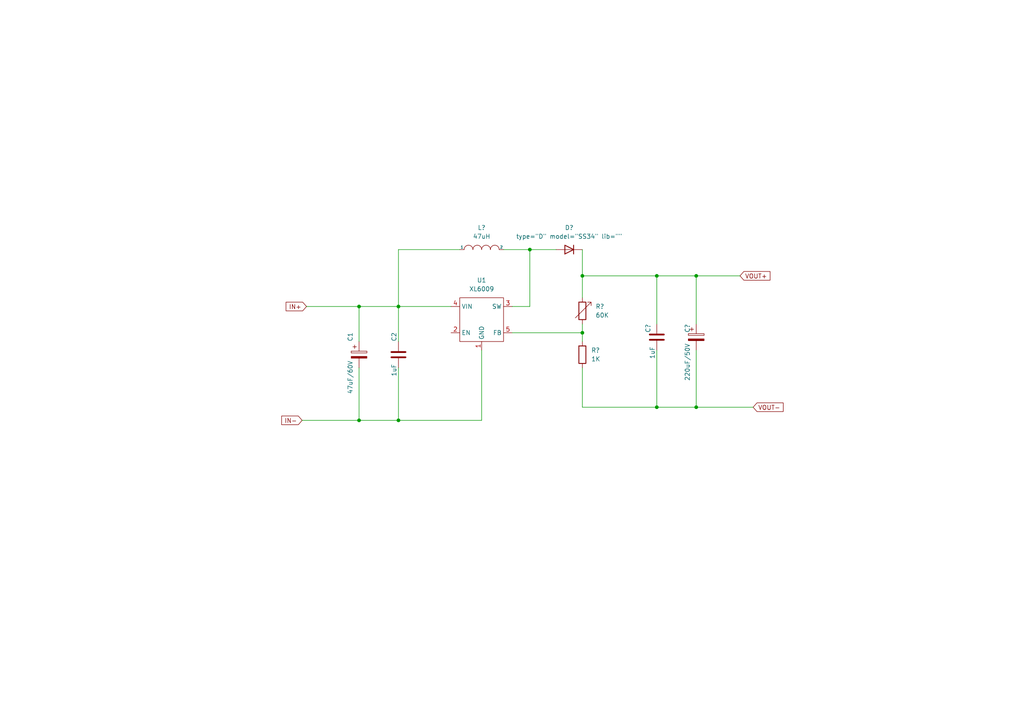
<source format=kicad_sch>
(kicad_sch (version 20211123) (generator eeschema)
  (paper "A4")
  (lib_symbols
    (symbol "Device:C" (pin_numbers hide) (pin_names (offset 0.254))
      (property "Reference" "C" (at 0.635 2.54 0))
      (property "Value" "C" (at 0.635 -2.54 0))
      (symbol "C_0_1"
        (polyline (pts (xy -2.032 -0.762) (xy 2.032 -0.762)) (stroke (width 0.508)))
        (polyline (pts (xy -2.032 0.762) (xy 2.032 0.762)) (stroke (width 0.508)))
      )
      (symbol "C_1_1"
        (pin passive line (at 0 3.81 270) (length 2.794) (name "~") (number "1"))
        (pin passive line (at 0 -3.81 90) (length 2.794) (name "~") (number "2"))
      )
    )
    (symbol "Device:C_Polarized" (pin_numbers hide) (pin_names (offset 0.254))
      (property "Reference" "C" (at 0.635 2.54 0))
      (property "Value" "C_Polarized" (at 0.635 -2.54 0))
      (symbol "C_Polarized_0_1"
        (rectangle (start -2.286 0.508) (end 2.286 1.016))
        (polyline (pts (xy -1.778 2.286) (xy -0.762 2.286)))
        (polyline (pts (xy -1.27 2.794) (xy -1.27 1.778)))
        (rectangle (start 2.286 -0.508) (end -2.286 -1.016) (fill (type outline)))
      )
      (symbol "C_Polarized_1_1"
        (pin passive line (at 0 3.81 270) (length 2.794) (name "~") (number "1"))
        (pin passive line (at 0 -3.81 90) (length 2.794) (name "~") (number "2"))
      )
    )
    (symbol "Device:R" (pin_numbers hide) (pin_names (offset 0))
      (property "Reference" "R" (at 2.032 0 90))
      (property "Value" "R" (at 0 0 90))
      (symbol "R_0_1"
        (rectangle (start -1.016 -2.54) (end 1.016 2.54) (stroke (width 0.254)))
      )
      (symbol "R_1_1"
        (pin passive line (at 0 3.81 270) (length 1.27) (name "~") (number "1"))
        (pin passive line (at 0 -3.81 90) (length 1.27) (name "~") (number "2"))
      )
    )
    (symbol "Device:R_Variable" (pin_numbers hide) (pin_names (offset 0))
      (property "Reference" "R" (at 2.54 -2.54 90))
      (property "Value" "R_Variable" (at -2.54 -1.27 90))
      (symbol "R_Variable_0_1"
        (rectangle (start -1.016 -2.54) (end 1.016 2.54) (stroke (width 0.254)))
        (polyline (pts (xy 2.54 1.524) (xy 2.54 2.54) (xy 1.524 2.54) (xy 2.54 2.54) (xy -2.032 -2.032)))
      )
      (symbol "R_Variable_1_1"
        (pin passive line (at 0 3.81 270) (length 1.27) (name "~") (number "1"))
        (pin passive line (at 0 -3.81 90) (length 1.27) (name "~") (number "2"))
      )
    )
    (symbol "SYMBOLS_1:XL6009"
      (property "Reference" "U" (at 0 13.97 0))
      (property "Value" "XL6009" (at 0 0 0))
      (symbol "XL6009_0_1"
        (rectangle (start -6.35 6.35) (end 6.35 -6.35))
      )
      (symbol "XL6009_1_1"
        (pin input line (at 0 -8.89 90) (length 2.54) (name "GND") (number "1"))
        (pin input line (at -8.89 -3.81 0) (length 2.54) (name "EN") (number "2"))
        (pin input line (at 8.89 3.81 180) (length 2.54) (name "SW") (number "3"))
        (pin input line (at -8.89 3.81 0) (length 2.54) (name "VIN") (number "4"))
        (pin input line (at 8.89 -3.81 180) (length 2.54) (name "FB") (number "5"))
      )
    )
    (symbol "Simulation_SPICE:DIODE" (pin_numbers hide) (pin_names (offset 1.016) hide)
      (property "Reference" "D" (at 0 2.54 0))
      (property "Value" "DIODE" (at 0 -2.54 0))
      (symbol "DIODE_0_1"
        (polyline (pts (xy 1.27 0) (xy -1.27 0)))
        (polyline (pts (xy 1.27 1.27) (xy 1.27 -1.27)) (stroke (width 0.254)))
        (polyline (pts (xy -1.27 -1.27) (xy -1.27 1.27) (xy 1.27 0) (xy -1.27 -1.27)) (stroke (width 0.254)))
      )
      (symbol "DIODE_1_1"
        (pin passive line (at -3.81 0 0) (length 2.54) (name "A") (number "1"))
        (pin passive line (at 3.81 0 180) (length 2.54) (name "K") (number "2"))
      )
    )
    (symbol "pspice:INDUCTOR" (pin_numbers hide) (pin_names (offset 0))
      (property "Reference" "L" (at 0 2.54 0))
      (property "Value" "INDUCTOR" (at 0 -1.27 0))
      (symbol "INDUCTOR_0_1"
        (arc (start -2.54 0) (mid -3.81 1.27) (end -5.08 0))
        (arc (start 0 0) (mid -1.27 1.27) (end -2.54 0))
        (arc (start 2.54 0) (mid 1.27 1.27) (end 0 0))
        (arc (start 5.08 0) (mid 3.81 1.27) (end 2.54 0))
      )
      (symbol "INDUCTOR_1_1"
        (pin input line (at -6.35 0 0) (length 1.27) (name "1") (number "1"))
        (pin input line (at 6.35 0 180) (length 1.27) (name "2") (number "2"))
      )
    )
  )
  (junction (at 104.14 88.9))
  (junction (at 201.93 80.01))
  (junction (at 153.67 72.39))
  (junction (at 190.5 80.01))
  (junction (at 190.5 118.11))
  (junction (at 115.57 88.9))
  (junction (at 168.91 96.52))
  (junction (at 104.14 121.92))
  (junction (at 201.93 118.11))
  (junction (at 115.57 121.92))
  (junction (at 168.91 80.01))
  (wire (pts (xy 139.7 121.92) (xy 139.7 101.6)))
  (wire (pts (xy 87.63 121.92) (xy 104.14 121.92)))
  (wire (pts (xy 168.91 80.01) (xy 168.91 86.36)))
  (wire (pts (xy 190.5 80.01) (xy 190.5 93.98)))
  (wire (pts (xy 104.14 121.92) (xy 115.57 121.92)))
  (wire (pts (xy 201.93 101.6) (xy 201.93 118.11)))
  (wire (pts (xy 168.91 72.39) (xy 168.91 80.01)))
  (wire (pts (xy 168.91 96.52) (xy 168.91 99.06)))
  (wire (pts (xy 115.57 72.39) (xy 115.57 88.9)))
  (wire (pts (xy 88.9 88.9) (xy 104.14 88.9)))
  (wire (pts (xy 190.5 101.6) (xy 190.5 118.11)))
  (wire (pts (xy 168.91 106.68) (xy 168.91 118.11)))
  (wire (pts (xy 148.59 88.9) (xy 153.67 88.9)))
  (wire (pts (xy 115.57 88.9) (xy 130.81 88.9)))
  (wire (pts (xy 190.5 118.11) (xy 201.93 118.11)))
  (wire (pts (xy 168.91 93.98) (xy 168.91 96.52)))
  (wire (pts (xy 168.91 80.01) (xy 190.5 80.01)))
  (wire (pts (xy 201.93 93.98) (xy 201.93 80.01)))
  (wire (pts (xy 115.57 88.9) (xy 115.57 99.06)))
  (wire (pts (xy 115.57 106.68) (xy 115.57 121.92)))
  (wire (pts (xy 201.93 118.11) (xy 218.44 118.11)))
  (wire (pts (xy 153.67 72.39) (xy 161.29 72.39)))
  (wire (pts (xy 104.14 88.9) (xy 115.57 88.9)))
  (wire (pts (xy 146.05 72.39) (xy 153.67 72.39)))
  (wire (pts (xy 153.67 88.9) (xy 153.67 72.39)))
  (wire (pts (xy 104.14 106.68) (xy 104.14 121.92)))
  (wire (pts (xy 115.57 121.92) (xy 139.7 121.92)))
  (wire (pts (xy 148.59 96.52) (xy 168.91 96.52)))
  (wire (pts (xy 190.5 80.01) (xy 201.93 80.01)))
  (wire (pts (xy 201.93 80.01) (xy 214.63 80.01)))
  (wire (pts (xy 168.91 118.11) (xy 190.5 118.11)))
  (wire (pts (xy 104.14 88.9) (xy 104.14 99.06)))
  (wire (pts (xy 133.35 72.39) (xy 115.57 72.39)))
  (global_label "VOUT-" (shape input) (at 218.44 118.11 0) (property "Intersheet References" "${INTERSHEET_REFS}" (effects hide)))
  (global_label "IN-" (shape input) (at 87.63 121.92 180) (property "Intersheet References" "${INTERSHEET_REFS}" (effects hide)))
  (global_label "IN+" (shape input) (at 88.9 88.9 180) (property "Intersheet References" "${INTERSHEET_REFS}" (effects hide)))
  (global_label "VOUT+" (shape input) (at 214.63 80.01 0) (property "Intersheet References" "${INTERSHEET_REFS}" (effects hide)))
  (symbol (lib_id "Device:R_Variable") (at 168.91 90.17 0) (unit 1)
    (property "Reference" "R?" (at 172.72 88.8999 0) (effects (justify left)))
    (property "Value" "60K" (at 172.72 91.4399 0) (effects (justify left)))
    (property "Footprint" "Resistor_SMD:R_1206_3216Metric" (effects hide))
  )
  (symbol (lib_id "Simulation_SPICE:DIODE") (at 165.1 72.39 0) (unit 1)
    (property "Reference" "D?" (at 165.1 66.04 0))
    (property "Value" "SS34" (at 165.1 68.58 0))
    (property "Footprint" "Diode_SMD:D_SOD-123F" (effects hide))
    (property "Spice_Netlist_Enabled" "Y" (effects hide))
    (property "Spice_Primitive" "D" (effects hide))
  )
  (symbol (lib_id "SYMBOLS_1:XL6009") (at 139.7 92.71 0) (unit 1)
    (property "Reference" "U1" (at 139.7 81.28 0))
    (property "Value" "XL6009" (at 139.7 83.82 0))
  )
  (symbol (lib_id "pspice:INDUCTOR") (at 139.7 72.39 0) (unit 1)
    (property "Reference" "L?" (at 139.7 66.04 0))
    (property "Value" "47uH" (at 139.7 68.58 0))
    (property "Footprint" "Inductor_SMD:L_6.3x6.3_H3" (effects hide))
  )
  (symbol (lib_id "Device:R") (at 168.91 102.87 0) (unit 1)
    (property "Reference" "R?" (at 171.45 101.5999 0) (effects (justify left)))
    (property "Value" "1K" (at 171.45 104.1399 0) (effects (justify left)))
    (property "Footprint" "Resistor_SMD:R_1206_3216Metric" (effects hide))
  )
  (symbol (lib_id "Device:C_Polarized") (at 104.14 102.87 0) (unit 1)
    (property "Reference" "C1" (at 101.6 99.06 90) (effects (justify left)))
    (property "Value" "47uF/60V" (at 101.6 114.3 90) (effects (justify left)))
    (property "Footprint" "Capacitor_SMD:CP_Elec_4x5.3" (effects hide))
  )
  (symbol (lib_id "Device:C") (at 190.5 97.79 0) (unit 1)
    (property "Reference" "C?" (at 187.96 96.52 90) (effects (justify left)))
    (property "Value" "1uF" (at 189.23 104.14 90) (effects (justify left)))
    (property "Footprint" "Capacitor_SMD:C_1206_3216Metric" (effects hide))
  )
  (symbol (lib_id "Device:C_Polarized") (at 201.93 97.79 0) (unit 1)
    (property "Reference" "C?" (at 199.39 96.52 90) (effects (justify left)))
    (property "Value" "220uF/50V" (at 199.39 110.49 90) (effects (justify left)))
    (property "Footprint" "Capacitor_SMD:C_1206_3216Metric" (effects hide))
  )
  (symbol (lib_id "Device:C") (at 115.57 102.87 0) (unit 1)
    (property "Reference" "C2" (at 114.3 99.06 90) (effects (justify left)))
    (property "Value" "1uF" (at 114.3 109.22 90) (effects (justify left)))
    (property "Footprint" "Capacitor_SMD:C_1206_3216Metric" (effects hide))
  )
)
</source>
